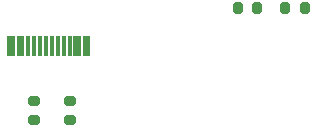
<source format=gbr>
%TF.GenerationSoftware,KiCad,Pcbnew,(6.0.11)*%
%TF.CreationDate,2023-04-30T18:38:47+02:00*%
%TF.ProjectId,T-DISPLAY-S3,542d4449-5350-44c4-9159-2d53332e6b69,1*%
%TF.SameCoordinates,Original*%
%TF.FileFunction,Paste,Top*%
%TF.FilePolarity,Positive*%
%FSLAX46Y46*%
G04 Gerber Fmt 4.6, Leading zero omitted, Abs format (unit mm)*
G04 Created by KiCad (PCBNEW (6.0.11)) date 2023-04-30 18:38:47*
%MOMM*%
%LPD*%
G01*
G04 APERTURE LIST*
G04 Aperture macros list*
%AMRoundRect*
0 Rectangle with rounded corners*
0 $1 Rounding radius*
0 $2 $3 $4 $5 $6 $7 $8 $9 X,Y pos of 4 corners*
0 Add a 4 corners polygon primitive as box body*
4,1,4,$2,$3,$4,$5,$6,$7,$8,$9,$2,$3,0*
0 Add four circle primitives for the rounded corners*
1,1,$1+$1,$2,$3*
1,1,$1+$1,$4,$5*
1,1,$1+$1,$6,$7*
1,1,$1+$1,$8,$9*
0 Add four rect primitives between the rounded corners*
20,1,$1+$1,$2,$3,$4,$5,0*
20,1,$1+$1,$4,$5,$6,$7,0*
20,1,$1+$1,$6,$7,$8,$9,0*
20,1,$1+$1,$8,$9,$2,$3,0*%
G04 Aperture macros list end*
%ADD10RoundRect,0.200000X-0.200000X-0.275000X0.200000X-0.275000X0.200000X0.275000X-0.200000X0.275000X0*%
%ADD11RoundRect,0.200000X-0.275000X0.200000X-0.275000X-0.200000X0.275000X-0.200000X0.275000X0.200000X0*%
%ADD12R,0.300000X1.750000*%
G04 APERTURE END LIST*
D10*
%TO.C,R2*%
X167885000Y-238760000D03*
X169535000Y-238760000D03*
%TD*%
D11*
%TO.C,R3*%
X153670000Y-246571000D03*
X153670000Y-248221000D03*
%TD*%
D10*
%TO.C,R1*%
X171895000Y-238760000D03*
X173545000Y-238760000D03*
%TD*%
D11*
%TO.C,R4*%
X150622000Y-246571000D03*
X150622000Y-248221000D03*
%TD*%
D12*
%TO.C,J2*%
X155242000Y-241910000D03*
X154442000Y-241910000D03*
X153142000Y-241910000D03*
X152142000Y-241910000D03*
X151642000Y-241910000D03*
X150642000Y-241910000D03*
X149342000Y-241910000D03*
X148542000Y-241910000D03*
X148842000Y-241910000D03*
X149642000Y-241910000D03*
X150142000Y-241910000D03*
X151142000Y-241910000D03*
X152642000Y-241910000D03*
X153642000Y-241910000D03*
X154142000Y-241910000D03*
X154942000Y-241910000D03*
%TD*%
M02*

</source>
